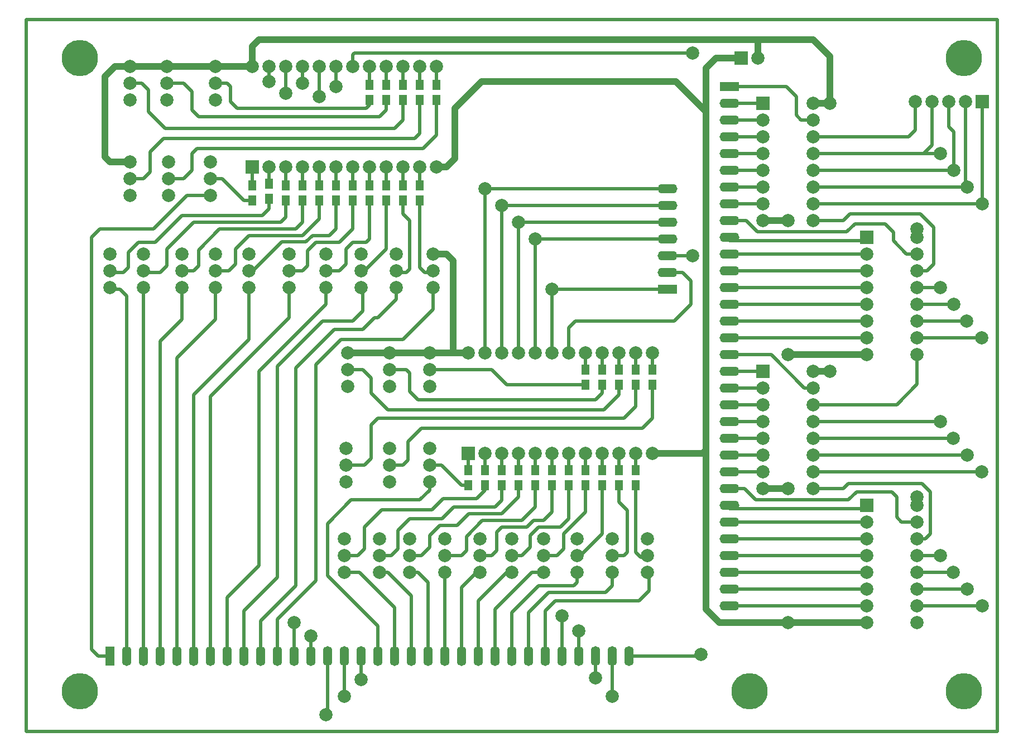
<source format=gbl>
%FSTAX23Y23*%
%MOIN*%
%SFA1B1*%

%IPPOS*%
%ADD10C,0.019690*%
%ADD11C,0.039370*%
%ADD12C,0.216540*%
%ADD13C,0.078740*%
%ADD14R,0.078740X0.078740*%
%ADD15R,0.078740X0.078740*%
%ADD16R,0.118110X0.055120*%
%ADD17O,0.118110X0.055120*%
%ADD18R,0.055120X0.118110*%
%ADD19O,0.055120X0.118110*%
%ADD20C,0.078740*%
%ADD21R,0.050000X0.060000*%
%LNqudong-1*%
%LPD*%
G54D10*
X02475Y01375D02*
X0254Y0144D01*
X02175Y01375D02*
X02475D01*
X0207Y0127D02*
X02175Y01375D01*
X02605Y0139D02*
X0285D01*
X02535Y0132D02*
X02605Y0139D01*
X0234Y0132D02*
X02535D01*
X02695Y0135D02*
X0289D01*
X02625Y0128D02*
X02695Y0135D01*
X0252Y0128D02*
X02625D01*
X02775Y0131D02*
X0301D01*
X0268Y01215D02*
X02775Y0131D01*
X0268Y0113D02*
Y01215D01*
X01577Y02972D02*
X01722D01*
X01405Y028D02*
X01577Y02972D01*
X0138Y028D02*
X01405D01*
X0176Y0301D02*
X0186D01*
X01722Y02972D02*
X0176Y0301D01*
X01205Y0305D02*
X0166D01*
X0108Y02925D02*
X01205Y0305D01*
X0108Y0283D02*
Y02925D01*
X0005Y0005D02*
Y001D01*
Y0005D02*
X0585D01*
Y043*
X0005D02*
X0585D01*
X0005Y001D02*
Y043D01*
X0425Y023D02*
X045D01*
X04699Y021*
X04752*
X05372Y012D02*
X0542D01*
X0545Y0123*
Y0148*
X054Y0153D02*
X0545Y0148D01*
X0496Y0153D02*
X054D01*
X0493Y015D02*
X0496Y0153D01*
X04752Y015D02*
X0493D01*
X04407Y01432D02*
X04962D01*
X0522Y0148D02*
X0525Y0145D01*
X0501Y0148D02*
X0522D01*
X04962Y01432D02*
X0501Y0148D01*
X05372Y028D02*
X0543D01*
X0547Y0284*
Y0306*
X0539Y0314D02*
X0547Y0306D01*
X0497Y0314D02*
X0539D01*
X0493Y031D02*
X0497Y0314D01*
X04752Y031D02*
X0493D01*
X0518Y0308D02*
X0523Y0303D01*
X04417Y03032D02*
X04952D01*
X05Y0308D02*
X0518D01*
X04952Y03032D02*
X05Y0308D01*
X04752Y016D02*
X05759D01*
X05372Y024D02*
X05759D01*
X05372Y025D02*
X05669D01*
X05372Y01D02*
X05589D01*
X05669Y009D02*
X0567Y009D01*
X05372Y009D02*
X05669D01*
X05372Y008D02*
X05373Y008D01*
X0576*
X04752Y032D02*
X0576Y032D01*
X04753Y033D02*
X0567D01*
X05669Y017D02*
X0567Y017D01*
X04752Y017D02*
X05669D01*
X04752Y018D02*
X05589D01*
X05372Y026D02*
X05373Y026D01*
X0559*
X05589Y034D02*
X0559Y034D01*
X04752Y034D02*
X05589D01*
X04752Y035D02*
X04753Y035D01*
X05519Y027D02*
X0552Y027D01*
X05372Y027D02*
X05519D01*
X05372Y011D02*
X05373Y011D01*
X0551*
X05372Y02122D02*
Y023D01*
X0525Y02D02*
X05372Y02122D01*
X04752Y02D02*
X0525D01*
X04752Y019D02*
X0551Y019D01*
X0425Y015D02*
X0434D01*
X04407Y01432*
X0525Y0133D02*
Y0145D01*
Y0133D02*
X05279Y013D01*
X05372*
X0435Y031D02*
X04417Y03032D01*
X0425Y031D02*
X0435D01*
X0523Y0298D02*
Y0303D01*
Y0298D02*
X05309Y029D01*
X05372*
X04679Y037D02*
X04752D01*
X0465Y0373D02*
X04679Y037D01*
X0465Y0373D02*
Y0384D01*
X0459Y039D02*
X0465Y0384D01*
X0425Y039D02*
X0459D01*
X0425Y008D02*
X05072D01*
X0425Y009D02*
X05072D01*
X0425Y01D02*
X05072D01*
X0425Y011D02*
X0508D01*
X0425Y012D02*
X05072D01*
X0425Y013D02*
X05072D01*
X0425Y0138D02*
X05072D01*
X0425Y016D02*
X04452Y016D01*
X0425Y017D02*
X04452D01*
X0425Y018D02*
X04452D01*
X0425Y019D02*
X04452D01*
X0425Y02D02*
X04452D01*
X0425Y021D02*
X04452D01*
X04452Y022D02*
X04452Y022D01*
X0425Y022D02*
X04452D01*
X0425Y024D02*
X0425Y024D01*
X05072*
X05072Y025D02*
X05072Y025D01*
X0425Y025D02*
X05072D01*
X0425Y026D02*
X0425Y026D01*
X05072*
X05072Y027D02*
X05072Y027D01*
X0425Y027D02*
X05072D01*
X0425Y028D02*
X0425Y028D01*
X05072*
X05072Y029D02*
X05072Y029D01*
X0425Y029D02*
X05072D01*
X0425Y03D02*
X0425Y03D01*
X0425Y0298D02*
X05072D01*
X04452Y032D02*
X04452Y032D01*
X0425Y032D02*
X04452D01*
X0425Y033D02*
X0425Y033D01*
X04452*
X04452Y034D02*
X04452Y034D01*
X0425Y034D02*
X04452D01*
X0425Y035D02*
X0425Y035D01*
X04452*
X0425Y036D02*
X0425Y036D01*
X04452*
X0425Y037D02*
X0425Y037D01*
X04452*
X0425Y038D02*
X0425Y038D01*
X04452*
X0279Y0231D02*
Y0329D01*
X015Y0393D02*
Y0402D01*
X016Y0384D02*
Y0402D01*
X0289Y0231D02*
Y0319D01*
X0299Y0231D02*
Y0309D01*
X017Y0392D02*
Y0402D01*
X0309Y0231D02*
Y0299D01*
X018Y0384D02*
Y0402D01*
X0319Y0231D02*
Y0269D01*
X019Y039D02*
Y0402D01*
X0118Y0392D02*
X0125D01*
X0127Y039*
Y0381D02*
Y039D01*
Y0381D02*
X0131Y0377D01*
X0208*
X021Y0379*
Y0382*
X0345Y0037D02*
Y005D01*
X0355Y0026D02*
Y005D01*
X0365D02*
X0407D01*
X0408Y0051*
X0185Y0016D02*
Y005D01*
X0184Y0015D02*
X0185Y0016D01*
X0195Y0026D02*
Y005D01*
X0205Y0036D02*
Y005D01*
X0165D02*
Y007D01*
X0175Y005D02*
Y0062D01*
X0335Y005D02*
Y0065D01*
X0377Y0089D02*
Y0099D01*
X0315Y005D02*
Y0077D01*
X0371Y0083D02*
X0377Y0089D01*
X0321Y0083D02*
X0371D01*
X0315Y0077D02*
X0321Y0083D01*
X0325Y005D02*
Y0074D01*
X0305Y005D02*
Y0076D01*
X0317Y0088*
X0351*
X0355Y0092*
Y01*
X0295Y005D02*
Y0076D01*
X0334Y0094D02*
Y01D01*
X0332Y0092D02*
X0334Y0094D01*
X0311Y0092D02*
X0332D01*
X0295Y0076D02*
X0311Y0092D01*
X0285Y0078D02*
X0307Y01D01*
X0285Y005D02*
Y0078D01*
X0307Y01D02*
X0314D01*
X014Y0331D02*
Y0342D01*
X015Y0332D02*
Y0342D01*
X016Y0331D02*
Y0341D01*
X017Y0331D02*
Y0342D01*
X018Y0331D02*
Y0342D01*
X019Y0331D02*
Y0342D01*
X02Y0331D02*
Y0342D01*
X021Y0331D02*
Y0342D01*
X022Y0331D02*
Y0342D01*
X023Y0331D02*
Y0342D01*
X024Y0331D02*
Y0342D01*
X0048Y005D02*
X0055D01*
X0044Y0054D02*
X0048Y005D01*
X0044Y0054D02*
Y03D01*
X0049Y0305*
X0081*
X0101Y0325*
X0115*
X0055Y0269D02*
X0061D01*
X0065Y0265*
Y005D02*
Y0265D01*
X0075Y005D02*
Y0269D01*
X0098Y0251D02*
Y027D01*
X0085Y0238D02*
X0098Y0251D01*
X0085Y005D02*
Y0238D01*
X0095Y005D02*
Y0228D01*
X0118Y0251*
Y027*
X0105Y005D02*
Y0206D01*
X0138Y0239*
Y027*
X0115Y005D02*
Y0205D01*
X0162Y0252*
Y027*
X0125Y005D02*
Y0085D01*
X0144Y0104*
Y022*
X0184Y026*
Y027*
X0206Y0256D02*
Y027D01*
X0155Y0223D02*
X0182Y025D01*
X0135Y005D02*
Y0077D01*
X0155Y0097*
Y0223*
X0182Y025D02*
X02D01*
X0206Y0256*
X0145Y005D02*
Y0071D01*
X0166Y0092*
X0206Y0245D02*
X0213Y0252D01*
X0166Y0092D02*
Y0222D01*
X0189Y0245*
X0206*
X0213Y0252D02*
X0215D01*
X0155Y0072D02*
X0178Y0095D01*
Y0224*
X0193Y0239*
X023*
X0155Y005D02*
Y0072D01*
X0248Y0257D02*
Y0269D01*
X023Y0239D02*
X0248Y0257D01*
X0215Y0252D02*
X0226Y0263D01*
Y0269*
X0185Y0098D02*
Y0129D01*
X0215Y0051D02*
Y0068D01*
X0185Y0098D02*
X0215Y0068D01*
X0185Y0129D02*
X01992Y01432D01*
X02402*
X0246Y0149*
Y0154*
X0269Y0161D02*
Y0171D01*
X0279Y0161D02*
Y0171D01*
X0289Y0161D02*
Y0171D01*
X0299Y0161D02*
Y0171D01*
X0309Y0161D02*
Y0171D01*
X0319Y0161D02*
Y0171D01*
X0329Y0161D02*
Y0171D01*
X0339Y0161D02*
Y0171D01*
X0349Y0161D02*
Y0171D01*
X0359Y0161D02*
Y0171D01*
X0369Y0161D02*
Y0171D01*
X021Y0391D02*
Y0402D01*
X022Y0391D02*
Y0402D01*
X023Y0391D02*
Y0402D01*
X024Y0391D02*
Y0402D01*
X025Y0391D02*
Y0402D01*
X0339Y0221D02*
Y0231D01*
X0349Y0221D02*
Y0231D01*
X0359Y0221D02*
Y0231D01*
X0369Y0221D02*
Y0231D01*
X0379Y0221D02*
Y0231D01*
X0225Y005D02*
Y0079D01*
X0204Y01D02*
X0225Y0079D01*
X0195Y01D02*
X0204D01*
X0235Y005D02*
Y0086D01*
X0221Y01D02*
X0235Y0086D01*
X0216Y01D02*
X0221D01*
X0245Y005D02*
Y0094D01*
X0239Y01D02*
X0245Y0094D01*
X0234Y01D02*
X0239D01*
X0255Y005D02*
Y01D01*
X0265Y005D02*
Y0091D01*
X0274Y01*
X0276*
X0275Y005D02*
Y0083D01*
X0292Y01*
X0295*
X0265Y0152D02*
X0269D01*
X0246Y0164D02*
X0253D01*
X0265Y0152*
X0379Y0192D02*
Y0212D01*
X0373Y0186D02*
X0379Y0192D01*
X0241Y0186D02*
X0373D01*
X0233Y0178D02*
X0241Y0186D01*
X0233Y0167D02*
Y0178D01*
X023Y0164D02*
X0233Y0167D01*
X0222Y0164D02*
X023D01*
X0196D02*
X0207D01*
X0211Y0168*
Y0188*
X0215Y0192*
X0362*
X0369Y0199*
Y0212*
X0359Y0206D02*
Y0212D01*
X035Y0197D02*
X0359Y0206D01*
X0221Y0197D02*
X035D01*
X0211Y0207D02*
X0221Y0197D01*
X0211Y0207D02*
Y0216D01*
X0206Y0221D02*
X0211Y0216D01*
X0197Y0221D02*
X0206D01*
X0222D02*
X0232D01*
X0234Y0219*
Y0208D02*
Y0219D01*
Y0208D02*
X0239Y0203D01*
X0345*
X0349Y0207*
Y0212*
X0292D02*
X0339D01*
X0283Y0221D02*
X0292Y0212D01*
X0246Y0221D02*
X0283D01*
X0254Y0144D02*
X0274D01*
X0207Y0114D02*
Y0127D01*
X0203Y011D02*
X0207Y0114D01*
X0195Y011D02*
X0203D01*
X0274Y0144D02*
X0279Y0149D01*
Y0152*
X0108Y0372D02*
X0216D01*
X0089Y0392D02*
X0099D01*
X0104Y0376D02*
Y0387D01*
X0099Y0392D02*
X0104Y0387D01*
Y0376D02*
X0108Y0372D01*
X0216D02*
X022Y0376D01*
X023Y037D02*
Y0382D01*
X0225Y0365D02*
X023Y037D01*
X0088Y0365D02*
X0225D01*
X0078Y0375D02*
X0088Y0365D01*
X0078Y0375D02*
Y0388D01*
X0074Y0392D02*
X0078Y0388D01*
X0067Y0392D02*
X0074D01*
X022Y0376D02*
Y0382D01*
X024Y0362D02*
Y0382D01*
X0237Y0359D02*
X024Y0362D01*
X0087Y0359D02*
X0237D01*
X0079Y0351D02*
X0087Y0359D01*
X0079Y0339D02*
Y0351D01*
X0075Y0335D02*
X0079Y0339D01*
X0067Y0335D02*
X0075D01*
X0122D02*
X0135Y0322D01*
X014*
X0115Y0335D02*
X0122D01*
X0107Y0353D02*
X0242D01*
X0104Y035D02*
X0107Y0353D01*
X0104Y034D02*
Y035D01*
X0099Y0335D02*
X0104Y034D01*
X0242Y0353D02*
X025Y0361D01*
X009Y0335D02*
X0099D01*
X025Y0361D02*
Y0382D01*
X0223Y011D02*
X0227Y0114D01*
X0216Y011D02*
X0223D01*
X0227Y0114D02*
Y0125D01*
X0234Y0132*
X0285Y0139D02*
X0289Y0143D01*
Y0152*
X0246Y0122D02*
X0252Y0128D01*
X0234Y011D02*
X0241D01*
X0246Y0115*
Y0122*
X0289Y0135D02*
X0299Y0145D01*
Y0152*
X0255Y011D02*
X0265D01*
X0268Y0113*
X0301Y0131D02*
X0309Y0139D01*
Y0152*
X0308Y0131D02*
X0314D01*
X0289Y0127D02*
X0304D01*
X0308Y0131*
X0286Y0124D02*
X0289Y0127D01*
X0286Y0113D02*
Y0124D01*
X0283Y011D02*
X0286Y0113D01*
X0276Y011D02*
X0283D01*
X0319Y0136D02*
Y0152D01*
X0314Y0131D02*
X0319Y0136D01*
X0306Y0115D02*
Y0122D01*
X0301Y011D02*
X0306Y0115D01*
X0295Y011D02*
X0301D01*
X0306Y0122D02*
X0311Y0127D01*
X0324*
X0329Y0132*
Y0152*
X0314Y011D02*
X0322D01*
X0326Y0114*
Y0123*
X0339Y0136*
Y0152*
X0334Y011D02*
X0336D01*
X0349Y0123*
Y0152*
X0359Y0142D02*
Y0152D01*
Y0142D02*
X0364Y0137D01*
Y0112D02*
Y0137D01*
X0362Y011D02*
X0364Y0112D01*
X0355Y011D02*
X0362D01*
X0372Y0109D02*
X0377D01*
X0369Y0112D02*
X0372Y0109D01*
X0369Y0112D02*
Y0153D01*
X0055Y0279D02*
X0063D01*
X0066Y0282*
Y0291*
X0072Y0297*
X0082*
X0098Y0313*
X0146*
X015Y0317*
Y0323*
X016Y0312D02*
Y0322D01*
X0075Y0279D02*
X0085D01*
X0089Y0283*
Y0293*
X0105Y0309*
X0157*
X016Y0312*
X0098Y028D02*
X0105D01*
X0108Y0283*
X0166Y0305D02*
X017Y0309D01*
Y0322*
X0119Y028D02*
X0126D01*
X013Y0284*
Y0293*
X0138Y0301*
X017*
X018Y0311*
Y0322*
X0186Y0301D02*
X019Y0305D01*
X0192Y0297D02*
X02Y0305D01*
X0173Y0292D02*
X0178Y0297D01*
X0192*
X019Y0305D02*
Y0322D01*
X0162Y028D02*
X017D01*
X0173Y0283*
Y0292*
X02Y0305D02*
Y0322D01*
X0196Y0293D02*
X02Y0297D01*
X0196Y0284D02*
Y0293D01*
X021Y0299D02*
Y0322D01*
X02Y0297D02*
X0208D01*
X021Y0299*
X0184Y028D02*
X0192D01*
X0196Y0284*
X0205Y028D02*
X0207D01*
X022Y0293*
Y0322*
X0234Y0281D02*
Y031D01*
X023Y0314D02*
X0234Y031D01*
X023Y0314D02*
Y0322D01*
X0232Y0279D02*
X0234Y0281D01*
X0226Y0279D02*
X0232D01*
X024Y0282D02*
Y0322D01*
X0243Y0279D02*
X0248D01*
X024Y0282D02*
X0243Y0279D01*
X0319Y0269D02*
X0388D01*
X0309Y0299D02*
X0388D01*
X0299Y0309D02*
X0388D01*
X0289Y0319D02*
X0388D01*
X0279Y0329D02*
X0388D01*
Y0279D02*
X0397D01*
X0402Y0274*
Y026D02*
Y0274D01*
X0392Y025D02*
X0402Y026D01*
X0333Y025D02*
X0392D01*
X0329Y0246D02*
X0333Y025D01*
X0329Y0231D02*
Y0246D01*
X02Y0402D02*
Y0409D01*
X0201Y041*
X0403*
X0388Y0289D02*
X0403D01*
X0576Y032D02*
Y0381D01*
X0536Y0364D02*
Y0381D01*
X0532Y036D02*
X0536Y0364D01*
X04752Y036D02*
X0532D01*
X0546Y0355D02*
Y0381D01*
X0541Y035D02*
X0546Y0355D01*
X04753Y035D02*
X0551D01*
X0556Y0366D02*
Y0381D01*
Y0366D02*
X0559Y0363D01*
Y034D02*
Y0363D01*
X0566Y0331D02*
Y0381D01*
Y0331D02*
X0567Y033D01*
G54D11*
X0442Y0407D02*
Y0418D01*
X0417Y0407D02*
X0432D01*
X0411Y0078D02*
Y0401D01*
X0409Y0171D02*
X0411Y0173D01*
X0393Y0393D02*
X0411Y0375D01*
X0447Y015D02*
X04606D01*
X0485Y038D02*
Y0408D01*
X0475Y0418D02*
X0485Y0408D01*
X0058Y0402D02*
X014D01*
Y0414*
X0144Y0418*
X0197Y0231D02*
X0269D01*
X026D02*
Y0286D01*
X0256Y029D02*
X026Y0286D01*
X0248Y029D02*
X0256D01*
X0052Y0396D02*
X0058Y0402D01*
X0052Y0348D02*
Y0396D01*
Y0348D02*
X0055Y0345D01*
X0067*
X046Y007D02*
X046Y007D01*
X05072*
X046Y023D02*
X05072D01*
X04599Y031D02*
X046Y031D01*
X04452Y031D02*
X04599D01*
X04752Y022D02*
X04753Y022D01*
X0485*
X04849Y038D02*
X0485Y038D01*
X04752Y038D02*
X04849D01*
X0277Y0393D02*
X0393D01*
X0261Y0377D02*
X0277Y0393D01*
X0261Y0347D02*
Y0377D01*
X0256Y0342D02*
X0261Y0347D01*
X025Y0342D02*
X0256D01*
X0379Y0171D02*
X0409D01*
X0144Y0418D02*
X0475D01*
X0411Y0401D02*
X0417Y0407D01*
X0411Y0078D02*
X0419Y007D01*
X046*
G54D12*
X0565Y0029D03*
Y0407D03*
X0437Y0029D03*
X0037D03*
Y0407D03*
G54D13*
X0118Y029D03*
Y027D03*
Y028D03*
X0222Y0221D03*
Y0211D03*
Y0231D03*
X0246Y0164D03*
Y0154D03*
Y0174D03*
X0067Y0335D03*
Y0325D03*
Y0345D03*
X0216Y012D03*
Y01D03*
Y011D03*
X0355Y012D03*
Y01D03*
Y011D03*
X0246Y0231D03*
Y0211D03*
Y0221D03*
X0334Y011D03*
Y01D03*
Y012D03*
X0222Y0174D03*
Y0154D03*
Y0164D03*
X015Y0342D03*
X016D03*
X017D03*
X018D03*
X019D03*
X02D03*
X021D03*
X022D03*
X023D03*
X024D03*
X025D03*
Y0402D03*
X024D03*
X023D03*
X022D03*
X021D03*
X02D03*
X019D03*
X018D03*
X017D03*
X016D03*
X015D03*
X014D03*
X0089Y0392D03*
Y0382D03*
Y0402D03*
X0248Y028D03*
Y027D03*
Y029D03*
X0205Y028D03*
Y027D03*
Y029D03*
X0184D03*
Y027D03*
Y028D03*
X0075D03*
Y027D03*
Y029D03*
X0055Y027D03*
Y029D03*
Y028D03*
X0098Y029D03*
Y027D03*
Y028D03*
X0269Y0231D03*
X0279D03*
X0289D03*
X0299D03*
X0309D03*
X0319D03*
X0329D03*
X0339D03*
X0349D03*
X0359D03*
X0369D03*
X0379D03*
Y0171D03*
X0369D03*
X0359D03*
X0349D03*
X0339D03*
X0329D03*
X0319D03*
X0309D03*
X0299D03*
X0289D03*
X0279D03*
X0195Y011D03*
Y012D03*
Y01D03*
X0115Y0335D03*
Y0345D03*
Y0325D03*
X04752Y038D03*
X04452Y037D03*
Y036D03*
Y035D03*
Y034D03*
Y033D03*
Y032D03*
Y031D03*
X04752D03*
Y032D03*
Y033D03*
Y034D03*
Y035D03*
Y036D03*
Y037D03*
X05072Y029D03*
Y028D03*
Y027D03*
Y026D03*
Y025D03*
Y024D03*
Y023D03*
X05372D03*
Y024D03*
Y025D03*
Y026D03*
Y027D03*
Y028D03*
Y029D03*
Y03D03*
X04452Y021D03*
Y02D03*
Y019D03*
Y018D03*
Y017D03*
Y016D03*
Y015D03*
X04752D03*
Y016D03*
Y017D03*
Y018D03*
Y019D03*
Y02D03*
Y021D03*
Y022D03*
X05072Y013D03*
Y012D03*
Y011D03*
Y01D03*
Y009D03*
Y008D03*
Y007D03*
X05372D03*
Y008D03*
Y009D03*
Y01D03*
Y011D03*
Y012D03*
Y013D03*
Y014D03*
X0138Y029D03*
Y027D03*
Y028D03*
X0162D03*
Y027D03*
Y029D03*
X0226D03*
Y027D03*
Y028D03*
X009Y0345D03*
Y0325D03*
Y0335D03*
X0067Y0402D03*
Y0382D03*
Y0392D03*
X0118Y0402D03*
Y0382D03*
Y0392D03*
X0234Y012D03*
Y01D03*
Y011D03*
X0255D03*
Y01D03*
Y012D03*
X0276D03*
Y01D03*
Y011D03*
X0295D03*
Y01D03*
Y012D03*
X0314D03*
Y01D03*
Y011D03*
X0376D03*
Y01D03*
Y012D03*
X0196Y0164D03*
Y0154D03*
Y0174D03*
X0197Y0231D03*
Y0211D03*
Y0221D03*
X0566Y0381D03*
X0556D03*
X0546D03*
X0536D03*
X0442Y0407D03*
X0551Y035D03*
X046Y007D03*
X046Y023D03*
X046Y015D03*
Y031D03*
X0537Y0145D03*
Y0305D03*
X0485Y022D03*
Y038D03*
X05759Y016D03*
Y024D03*
X05669Y025D03*
X05589Y01D03*
X0567Y009D03*
X0576Y008D03*
Y032D03*
X0567Y033D03*
Y017D03*
X05589Y018D03*
X0559Y026D03*
Y034D03*
X0551Y027D03*
Y011D03*
Y019D03*
X0289Y0319D03*
X0279Y0329D03*
X015Y0393D03*
X016Y0386D03*
X0299Y0309D03*
X017Y0392D03*
X018Y0384D03*
X0319Y0269D03*
X019Y039D03*
X0345Y0037D03*
X0355Y0026D03*
X0408Y0051D03*
X0184Y0015D03*
X0195Y0026D03*
X0205Y0036D03*
X0309Y0299D03*
X0403Y041D03*
Y0289D03*
G54D14*
X014Y0342D03*
X0269Y0171D03*
G54D15*
X04452Y038D03*
X05072Y03D03*
X04452Y022D03*
X05072Y014D03*
X0576Y0381D03*
X0432Y0407D03*
G54D16*
X0425Y039D03*
X0388Y0269D03*
G54D17*
X0425Y038D03*
Y037D03*
Y036D03*
Y035D03*
Y034D03*
Y033D03*
Y032D03*
Y031D03*
Y03D03*
Y029D03*
Y028D03*
Y027D03*
Y026D03*
Y025D03*
Y024D03*
Y023D03*
Y022D03*
Y021D03*
Y02D03*
Y019D03*
Y018D03*
Y017D03*
Y016D03*
Y015D03*
Y014D03*
Y013D03*
Y012D03*
Y011D03*
Y01D03*
Y009D03*
Y008D03*
X0388Y0329D03*
Y0319D03*
Y0309D03*
Y0299D03*
Y0289D03*
Y0279D03*
G54D18*
X0055Y005D03*
G54D19*
X0065Y005D03*
X0075D03*
X0085D03*
X0095D03*
X0105D03*
X0115D03*
X0125D03*
X0135D03*
X0145D03*
X0155D03*
X0165D03*
X0175D03*
X0185D03*
X0195D03*
X0205D03*
X0215D03*
X0225D03*
X0235D03*
X0245D03*
X0255D03*
X0265D03*
X0275D03*
X0285D03*
X0295D03*
X0305D03*
X0315D03*
X0325D03*
X0335D03*
X0345D03*
X0355D03*
X0365D03*
G54D20*
X0175Y0062D03*
X0165Y007D03*
X0335Y0065D03*
X0325Y0074D03*
G54D21*
X0359Y0161D03*
Y0152D03*
X017Y0331D03*
Y0322D03*
X016D03*
Y0331D03*
X019D03*
Y0322D03*
X023Y0331D03*
Y0322D03*
X025Y0391D03*
Y0382D03*
X0339Y0221D03*
Y0212D03*
X0349D03*
Y0221D03*
X0359D03*
Y0212D03*
X0369D03*
Y0221D03*
X0379D03*
Y0212D03*
X0369Y0152D03*
Y0161D03*
X0349Y0152D03*
Y0161D03*
X0339D03*
Y0152D03*
X0329D03*
Y0161D03*
X0319D03*
Y0152D03*
X0309D03*
Y0161D03*
X0299D03*
Y0152D03*
X0289D03*
Y0161D03*
X0279D03*
Y0152D03*
X0269D03*
Y0161D03*
X021Y0391D03*
Y0382D03*
X022D03*
Y0391D03*
X023D03*
Y0382D03*
X024D03*
Y0391D03*
Y0322D03*
Y0331D03*
X022Y0322D03*
Y0331D03*
X021D03*
Y0322D03*
X02D03*
Y0331D03*
X018Y0322D03*
Y0331D03*
X015Y0332D03*
Y0323D03*
X014Y0322D03*
Y0331D03*
M02*
</source>
